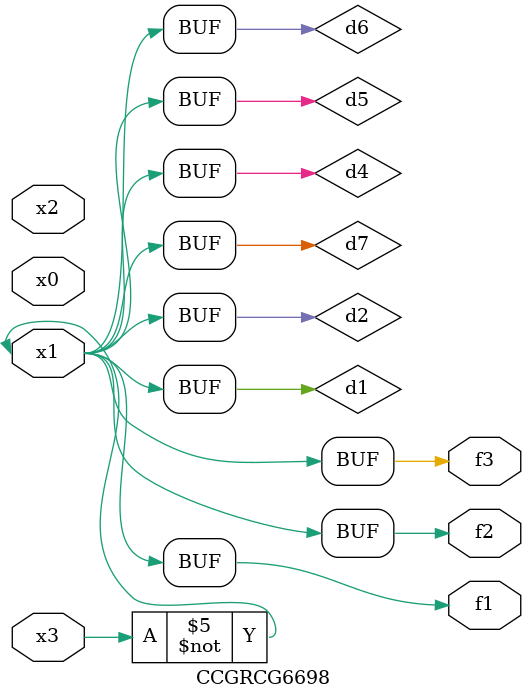
<source format=v>
module CCGRCG6698(
	input x0, x1, x2, x3,
	output f1, f2, f3
);

	wire d1, d2, d3, d4, d5, d6, d7;

	not (d1, x3);
	buf (d2, x1);
	xnor (d3, d1, d2);
	nor (d4, d1);
	buf (d5, d1, d2);
	buf (d6, d4, d5);
	nand (d7, d4);
	assign f1 = d6;
	assign f2 = d7;
	assign f3 = d6;
endmodule

</source>
